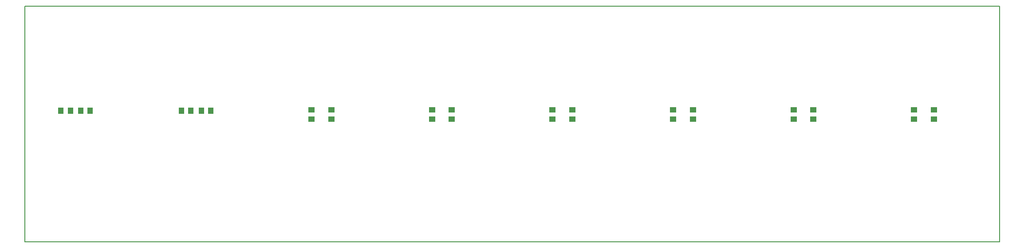
<source format=gbp>
G04 #@! TF.GenerationSoftware,KiCad,Pcbnew,(5.1.0-0)*
G04 #@! TF.CreationDate,2019-11-06T10:25:11+01:00*
G04 #@! TF.ProjectId,AddOnD,4164644f-6e44-42e6-9b69-6361645f7063,rev?*
G04 #@! TF.SameCoordinates,Original*
G04 #@! TF.FileFunction,Paste,Bot*
G04 #@! TF.FilePolarity,Positive*
%FSLAX46Y46*%
G04 Gerber Fmt 4.6, Leading zero omitted, Abs format (unit mm)*
G04 Created by KiCad (PCBNEW (5.1.0-0)) date 2019-11-06 10:25:11*
%MOMM*%
%LPD*%
G04 APERTURE LIST*
%ADD10C,0.150000*%
%ADD11R,1.000000X1.300000*%
%ADD12R,1.300000X1.000000*%
G04 APERTURE END LIST*
D10*
X7500000Y45000000D02*
X7500000Y90000000D01*
X193500000Y45000000D02*
X7500000Y45000000D01*
X193500000Y90000000D02*
X193500000Y45000000D01*
X7500000Y90000000D02*
X193500000Y90000000D01*
D11*
X14400000Y70000000D03*
X16200000Y70000000D03*
X20000000Y70000000D03*
X18200000Y70000000D03*
X37400000Y70000000D03*
X39200000Y70000000D03*
X43000000Y70000000D03*
X41200000Y70000000D03*
D12*
X62200000Y68400000D03*
X62200000Y70200000D03*
X66000000Y70200000D03*
X66000000Y68400000D03*
X85200000Y68400000D03*
X85200000Y70200000D03*
X89000000Y70200000D03*
X89000000Y68400000D03*
X108200000Y68400000D03*
X108200000Y70200000D03*
X112000000Y70200000D03*
X112000000Y68400000D03*
X131200000Y68400000D03*
X131200000Y70200000D03*
X135000000Y70200000D03*
X135000000Y68400000D03*
X154200000Y68400000D03*
X154200000Y70200000D03*
X158000000Y70200000D03*
X158000000Y68400000D03*
X177200000Y68400000D03*
X177200000Y70200000D03*
X181000000Y70200000D03*
X181000000Y68400000D03*
M02*

</source>
